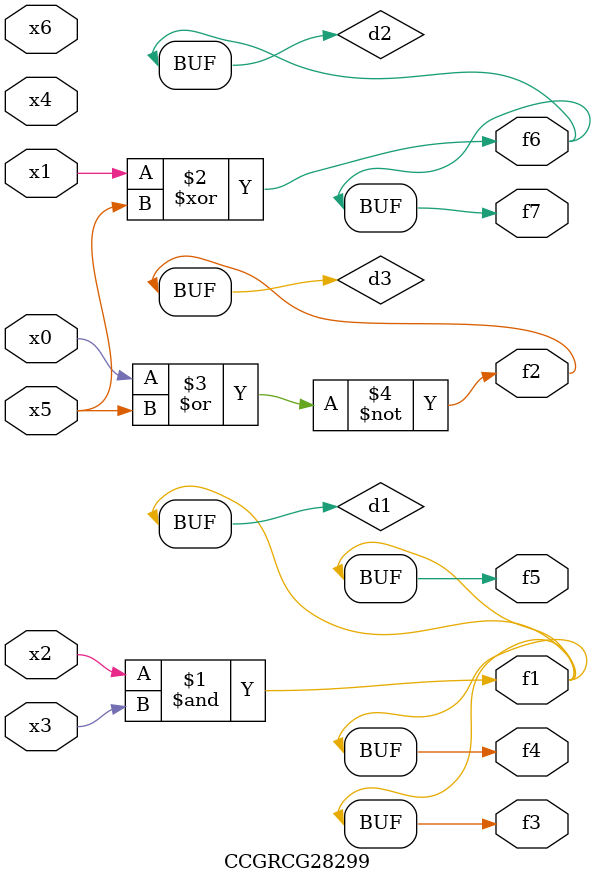
<source format=v>
module CCGRCG28299(
	input x0, x1, x2, x3, x4, x5, x6,
	output f1, f2, f3, f4, f5, f6, f7
);

	wire d1, d2, d3;

	and (d1, x2, x3);
	xor (d2, x1, x5);
	nor (d3, x0, x5);
	assign f1 = d1;
	assign f2 = d3;
	assign f3 = d1;
	assign f4 = d1;
	assign f5 = d1;
	assign f6 = d2;
	assign f7 = d2;
endmodule

</source>
